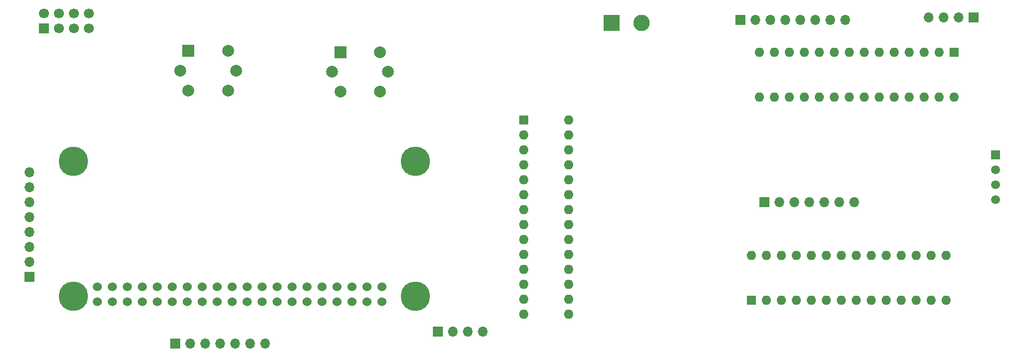
<source format=gbr>
%TF.GenerationSoftware,KiCad,Pcbnew,7.0.9-7.0.9~ubuntu22.04.1*%
%TF.CreationDate,2023-12-05T21:50:24+01:00*%
%TF.ProjectId,Chytry_sklep,43687974-7279-45f7-936b-6c65702e6b69,rev?*%
%TF.SameCoordinates,Original*%
%TF.FileFunction,Soldermask,Bot*%
%TF.FilePolarity,Negative*%
%FSLAX46Y46*%
G04 Gerber Fmt 4.6, Leading zero omitted, Abs format (unit mm)*
G04 Created by KiCad (PCBNEW 7.0.9-7.0.9~ubuntu22.04.1) date 2023-12-05 21:50:24*
%MOMM*%
%LPD*%
G01*
G04 APERTURE LIST*
%ADD10R,1.600000X1.600000*%
%ADD11O,1.600000X1.600000*%
%ADD12R,1.700000X1.700000*%
%ADD13O,1.700000X1.700000*%
%ADD14C,5.000000*%
%ADD15C,1.524000*%
%ADD16C,1.700000*%
%ADD17R,1.500000X1.500000*%
%ADD18C,1.500000*%
%ADD19R,2.000000X2.000000*%
%ADD20C,2.000000*%
%ADD21R,2.800000X2.800000*%
%ADD22C,2.800000*%
G04 APERTURE END LIST*
D10*
%TO.C,U1*%
X190600000Y-120620000D03*
D11*
X193140000Y-120620000D03*
X195680000Y-120620000D03*
X198220000Y-120620000D03*
X200760000Y-120620000D03*
X203300000Y-120620000D03*
X205840000Y-120620000D03*
X208380000Y-120620000D03*
X210920000Y-120620000D03*
X213460000Y-120620000D03*
X216000000Y-120620000D03*
X218540000Y-120620000D03*
X221080000Y-120620000D03*
X223620000Y-120620000D03*
X223620000Y-113000000D03*
X221080000Y-113000000D03*
X218540000Y-113000000D03*
X216000000Y-113000000D03*
X213460000Y-113000000D03*
X210920000Y-113000000D03*
X208380000Y-113000000D03*
X205840000Y-113000000D03*
X203300000Y-113000000D03*
X200760000Y-113000000D03*
X198220000Y-113000000D03*
X195680000Y-113000000D03*
X193140000Y-113000000D03*
X190600000Y-113000000D03*
%TD*%
D12*
%TO.C,Num1*%
X188720000Y-73000000D03*
D13*
X191260000Y-73000000D03*
X193800000Y-73000000D03*
X196340000Y-73000000D03*
X198880000Y-73000000D03*
X201420000Y-73000000D03*
X203960000Y-73000000D03*
X206500000Y-73000000D03*
%TD*%
D12*
%TO.C,LED1*%
X192840000Y-104000000D03*
D13*
X195380000Y-104000000D03*
X197920000Y-104000000D03*
X200460000Y-104000000D03*
X203000000Y-104000000D03*
X205540000Y-104000000D03*
X208080000Y-104000000D03*
%TD*%
D14*
%TO.C,Zero1*%
X133600000Y-120000000D03*
X133600000Y-97000000D03*
X75600000Y-120000000D03*
X75600000Y-97000000D03*
D15*
X127976000Y-118390000D03*
X127976000Y-120930000D03*
X125436000Y-118390000D03*
X125436000Y-120930000D03*
X122896000Y-118390000D03*
X122896000Y-120930000D03*
X120356000Y-118390000D03*
X120356000Y-120930000D03*
X117816000Y-118390000D03*
X117816000Y-120930000D03*
X115276000Y-118390000D03*
X115276000Y-120930000D03*
X112736000Y-118390000D03*
X112736000Y-120930000D03*
X110196000Y-118390000D03*
X110196000Y-120930000D03*
X107656000Y-118390000D03*
X107656000Y-120930000D03*
X105116000Y-118390000D03*
X105116000Y-120930000D03*
X102576000Y-118390000D03*
X102576000Y-120930000D03*
X100036000Y-118390000D03*
X100036000Y-120930000D03*
X97496000Y-118390000D03*
X97496000Y-120930000D03*
X94956000Y-118390000D03*
X94956000Y-120930000D03*
X92416000Y-118390000D03*
X92416000Y-120930000D03*
X89876000Y-118390000D03*
X89876000Y-120930000D03*
X87336000Y-118390000D03*
X87336000Y-120930000D03*
X84796000Y-118390000D03*
X84796000Y-120930000D03*
X82256000Y-118390000D03*
X82256000Y-120930000D03*
X79716000Y-118390000D03*
X79716000Y-120930000D03*
%TD*%
D12*
%TO.C,NRF1*%
X70675000Y-74440000D03*
D16*
X70675000Y-71900000D03*
X73215000Y-74440000D03*
X73215000Y-71900000D03*
X75755000Y-74440000D03*
X75755000Y-71900000D03*
X78295000Y-74440000D03*
X78295000Y-71900000D03*
%TD*%
D10*
%TO.C,U3*%
X225000000Y-78500000D03*
D11*
X222460000Y-78500000D03*
X219920000Y-78500000D03*
X217380000Y-78500000D03*
X214840000Y-78500000D03*
X212300000Y-78500000D03*
X209760000Y-78500000D03*
X207220000Y-78500000D03*
X204680000Y-78500000D03*
X202140000Y-78500000D03*
X199600000Y-78500000D03*
X197060000Y-78500000D03*
X194520000Y-78500000D03*
X191980000Y-78500000D03*
X191980000Y-86120000D03*
X194520000Y-86120000D03*
X197060000Y-86120000D03*
X199600000Y-86120000D03*
X202140000Y-86120000D03*
X204680000Y-86120000D03*
X207220000Y-86120000D03*
X209760000Y-86120000D03*
X212300000Y-86120000D03*
X214840000Y-86120000D03*
X217380000Y-86120000D03*
X219920000Y-86120000D03*
X222460000Y-86120000D03*
X225000000Y-86120000D03*
%TD*%
D12*
%TO.C,V1*%
X137450000Y-125975000D03*
D13*
X139990000Y-125975000D03*
X142530000Y-125975000D03*
X145070000Y-125975000D03*
%TD*%
D17*
%TO.C,DHT22*%
X232000000Y-95920000D03*
D18*
X232000000Y-98460000D03*
X232000000Y-101000000D03*
X232000000Y-103540000D03*
%TD*%
D12*
%TO.C,Rasp_pins1*%
X92920000Y-128000000D03*
D13*
X95460000Y-128000000D03*
X98000000Y-128000000D03*
X100540000Y-128000000D03*
X103080000Y-128000000D03*
X105620000Y-128000000D03*
X108160000Y-128000000D03*
%TD*%
D12*
%TO.C,LCD1*%
X228300000Y-72525000D03*
D13*
X225760000Y-72525000D03*
X223220000Y-72525000D03*
X220680000Y-72525000D03*
%TD*%
D10*
%TO.C,U2*%
X152000000Y-89980000D03*
D11*
X152000000Y-92520000D03*
X152000000Y-95060000D03*
X152000000Y-97600000D03*
X152000000Y-100140000D03*
X152000000Y-102680000D03*
X152000000Y-105220000D03*
X152000000Y-107760000D03*
X152000000Y-110300000D03*
X152000000Y-112840000D03*
X152000000Y-115380000D03*
X152000000Y-117920000D03*
X152000000Y-120460000D03*
X152000000Y-123000000D03*
X159620000Y-123000000D03*
X159620000Y-120460000D03*
X159620000Y-117920000D03*
X159620000Y-115380000D03*
X159620000Y-112840000D03*
X159620000Y-110300000D03*
X159620000Y-107760000D03*
X159620000Y-105220000D03*
X159620000Y-102680000D03*
X159620000Y-100140000D03*
X159620000Y-97600000D03*
X159620000Y-95060000D03*
X159620000Y-92520000D03*
X159620000Y-89980000D03*
%TD*%
D19*
%TO.C,MQ_4*%
X95140000Y-78240000D03*
D20*
X93750000Y-81600000D03*
X95140000Y-84960000D03*
X101860000Y-84960000D03*
X103250000Y-81600000D03*
X101860000Y-78240000D03*
%TD*%
D21*
%TO.C,Power1*%
X166920000Y-73500000D03*
D22*
X172000000Y-73500000D03*
%TD*%
D12*
%TO.C,RFID1*%
X68175000Y-116675000D03*
D13*
X68175000Y-114135000D03*
X68175000Y-111595000D03*
X68175000Y-109055000D03*
X68175000Y-106515000D03*
X68175000Y-103975000D03*
X68175000Y-101435000D03*
X68175000Y-98895000D03*
%TD*%
D19*
%TO.C,MQ_7*%
X120890000Y-78440000D03*
D20*
X119500000Y-81800000D03*
X120890000Y-85160000D03*
X127610000Y-85160000D03*
X129000000Y-81800000D03*
X127610000Y-78440000D03*
%TD*%
M02*

</source>
